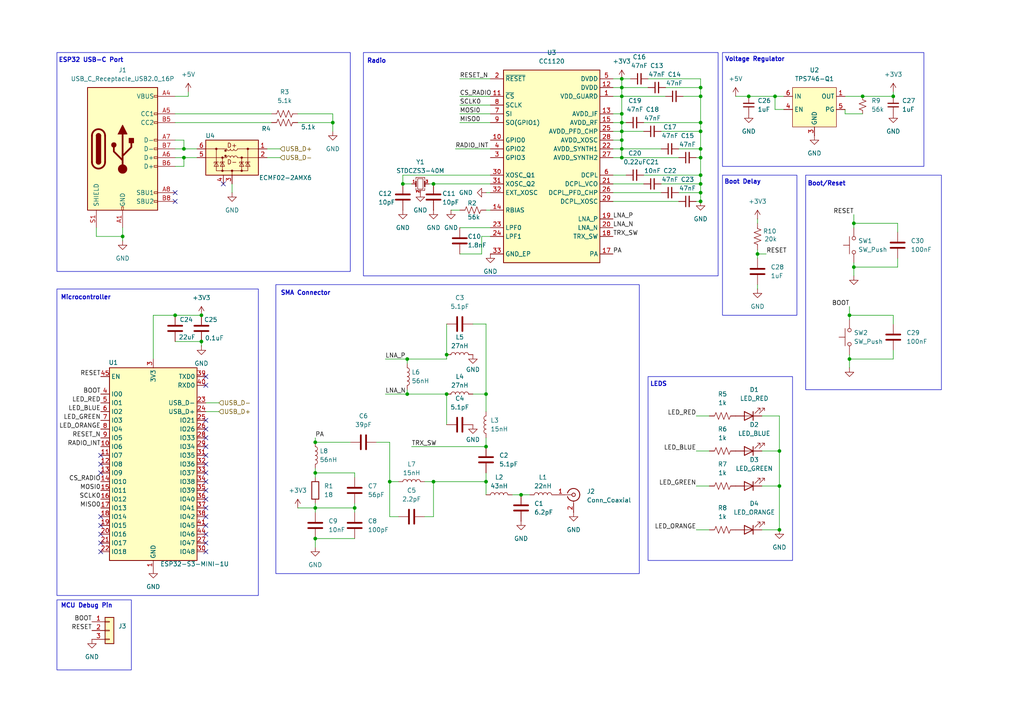
<source format=kicad_sch>
(kicad_sch (version 20250114) (generator "eeschema") (generator_version "9.0")
  (paper "A4")
  (rectangle (start 209.55 15.24) (end 267.97 48.26))
  (rectangle (start 209.55 50.8) (end 231.14 91.44))
  (rectangle (start 16.51 173.99) (end 38.1 194.31))
  (rectangle (start 16.51 83.82) (end 74.93 172.72))
  (rectangle (start 80.01 82.55) (end 185.42 166.37))
  (rectangle (start 187.96 109.22) (end 229.87 162.56))
  (rectangle (start 233.68 50.8) (end 273.05 113.03))
  (rectangle (start 16.51 15.24) (end 101.6 78.74))
  (rectangle (start 105.41 15.24) (end 208.28 80.01))
  (text "MCU Debug Pin" (at 25.146 175.768 0) (effects (font (size 1.27 1.27) (thickness 0.254) (bold yes))))
  (text "Radio" (at 109.22 17.78 0) (effects (font (size 1.27 1.27) (thickness 0.254) (bold yes))))
  (text "Voltage Regulator" (at 218.948 17.272 0) (effects (font (size 1.27 1.27) (thickness 0.254) (bold yes))))
  (text "SMA Connector" (at 88.646 85.09 0) (effects (font (size 1.27 1.27) (thickness 0.254) (bold yes))))
  (text "ESP32 USB-C Port" (at 26.416 17.526 0) (effects (font (size 1.27 1.27) (thickness 0.254) (bold yes))))
  (text "LEDS" (at 191.008 111.506 0) (effects (font (size 1.27 1.27) (thickness 0.254) (bold yes))))
  (text "Boot/Reset" (at 234.188 53.34 0) (effects (font (size 1.27 1.27) (thickness 0.254) (bold yes)) (justify left)))
  (text "Boot Delay" (at 215.392 52.832 0) (effects (font (size 1.27 1.27) (thickness 0.254) (bold yes))))
  (text "Microcontroller" (at 24.892 86.36 0) (effects (font (size 1.27 1.27) (thickness 0.254) (bold yes))))
  (junction (at 203.2 58.42))
  (junction (at 203.2 50.8))
  (junction (at 180.34 43.18))
  (junction (at 140.97 114.3))
  (junction (at 217.17 27.94))
  (junction (at 116.84 53.34))
  (junction (at 203.2 27.94))
  (junction (at 203.2 45.72))
  (junction (at 180.34 38.1))
  (junction (at 129.54 114.3))
  (junction (at 50.8 91.44))
  (junction (at 203.2 35.56))
  (junction (at 226.06 153.67))
  (junction (at 53.34 45.72))
  (junction (at 180.34 25.4))
  (junction (at 246.38 91.44))
  (junction (at 125.73 53.34))
  (junction (at 250.19 27.94))
  (junction (at 113.03 139.7))
  (junction (at 247.65 64.77))
  (junction (at 151.13 143.51))
  (junction (at 203.2 43.18))
  (junction (at 180.34 40.64))
  (junction (at 259.08 27.94))
  (junction (at 96.52 35.56))
  (junction (at 219.71 73.66))
  (junction (at 125.73 139.7))
  (junction (at 180.34 22.86))
  (junction (at 140.97 129.54))
  (junction (at 129.54 102.87))
  (junction (at 180.34 35.56))
  (junction (at 91.44 156.21))
  (junction (at 35.56 68.58))
  (junction (at 118.11 114.3))
  (junction (at 180.34 33.02))
  (junction (at 180.34 27.94))
  (junction (at 246.38 104.14))
  (junction (at 118.11 104.14))
  (junction (at 180.34 45.72))
  (junction (at 58.42 91.44))
  (junction (at 203.2 53.34))
  (junction (at 226.06 130.81))
  (junction (at 91.44 137.16))
  (junction (at 91.44 147.32))
  (junction (at 203.2 25.4))
  (junction (at 203.2 55.88))
  (junction (at 140.97 139.7))
  (junction (at 224.79 27.94))
  (junction (at 102.87 147.32))
  (junction (at 226.06 140.97))
  (junction (at 203.2 38.1))
  (junction (at 58.42 99.06))
  (junction (at 91.44 128.27))
  (junction (at 53.34 43.18))
  (junction (at 247.65 77.47))
  (no_connect (at 29.21 137.16))
  (no_connect (at 29.21 160.02))
  (no_connect (at 59.69 111.76))
  (no_connect (at 29.21 149.86))
  (no_connect (at 59.69 139.7))
  (no_connect (at 59.69 132.08))
  (no_connect (at 29.21 152.4))
  (no_connect (at 29.21 132.08))
  (no_connect (at 64.77 53.34))
  (no_connect (at 29.21 154.94))
  (no_connect (at 50.8 55.88))
  (no_connect (at 59.69 144.78))
  (no_connect (at 29.21 134.62))
  (no_connect (at 59.69 160.02))
  (no_connect (at 59.69 127))
  (no_connect (at 59.69 134.62))
  (no_connect (at 59.69 147.32))
  (no_connect (at 29.21 157.48))
  (no_connect (at 59.69 157.48))
  (no_connect (at 59.69 124.46))
  (no_connect (at 59.69 152.4))
  (no_connect (at 59.69 109.22))
  (no_connect (at 50.8 58.42))
  (no_connect (at 59.69 137.16))
  (no_connect (at 59.69 142.24))
  (no_connect (at 59.69 154.94))
  (no_connect (at 59.69 149.86))
  (no_connect (at 59.69 121.92))
  (no_connect (at 59.69 129.54))
  (wire (pts (xy 224.79 27.94) (xy 227.33 27.94)))
  (wire (pts (xy 260.35 67.31) (xy 260.35 64.77)))
  (wire (pts (xy 247.65 62.23) (xy 247.65 64.77)))
  (wire (pts (xy 193.04 25.4) (xy 203.2 25.4)))
  (wire (pts (xy 119.38 53.34) (xy 116.84 53.34)))
  (wire (pts (xy 129.54 114.3) (xy 129.54 123.19)))
  (wire (pts (xy 140.97 93.98) (xy 140.97 114.3)))
  (wire (pts (xy 133.35 35.56) (xy 142.24 35.56)))
  (wire (pts (xy 96.52 33.02) (xy 96.52 35.56)))
  (wire (pts (xy 260.35 77.47) (xy 247.65 77.47)))
  (wire (pts (xy 177.8 27.94) (xy 180.34 27.94)))
  (wire (pts (xy 259.08 91.44) (xy 246.38 91.44)))
  (wire (pts (xy 125.73 149.86) (xy 125.73 139.7)))
  (wire (pts (xy 86.36 147.32) (xy 91.44 147.32)))
  (wire (pts (xy 91.44 137.16) (xy 102.87 137.16)))
  (wire (pts (xy 86.36 33.02) (xy 96.52 33.02)))
  (wire (pts (xy 54.61 26.67) (xy 54.61 27.94)))
  (wire (pts (xy 219.71 63.5) (xy 219.71 64.77)))
  (wire (pts (xy 59.69 116.84) (xy 63.5 116.84)))
  (wire (pts (xy 91.44 146.05) (xy 91.44 147.32)))
  (wire (pts (xy 177.8 33.02) (xy 180.34 33.02)))
  (wire (pts (xy 177.8 53.34) (xy 186.69 53.34)))
  (wire (pts (xy 191.77 53.34) (xy 203.2 53.34)))
  (wire (pts (xy 201.93 120.65) (xy 205.74 120.65)))
  (wire (pts (xy 180.34 22.86) (xy 182.88 22.86)))
  (wire (pts (xy 260.35 64.77) (xy 247.65 64.77)))
  (wire (pts (xy 180.34 40.64) (xy 180.34 38.1)))
  (wire (pts (xy 245.11 31.75) (xy 245.11 33.02)))
  (wire (pts (xy 58.42 91.44) (xy 50.8 91.44)))
  (wire (pts (xy 196.85 55.88) (xy 203.2 55.88)))
  (wire (pts (xy 201.93 58.42) (xy 203.2 58.42)))
  (wire (pts (xy 77.47 43.18) (xy 81.28 43.18)))
  (wire (pts (xy 91.44 128.27) (xy 101.6 128.27)))
  (wire (pts (xy 198.12 27.94) (xy 203.2 27.94)))
  (wire (pts (xy 125.73 139.7) (xy 123.19 139.7)))
  (wire (pts (xy 142.24 50.8) (xy 116.84 50.8)))
  (wire (pts (xy 203.2 22.86) (xy 203.2 25.4)))
  (wire (pts (xy 113.03 128.27) (xy 113.03 139.7)))
  (wire (pts (xy 113.03 139.7) (xy 115.57 139.7)))
  (wire (pts (xy 35.56 68.58) (xy 35.56 69.85)))
  (wire (pts (xy 246.38 91.44) (xy 246.38 92.71)))
  (wire (pts (xy 187.96 22.86) (xy 203.2 22.86)))
  (wire (pts (xy 91.44 147.32) (xy 102.87 147.32)))
  (wire (pts (xy 177.8 43.18) (xy 180.34 43.18)))
  (wire (pts (xy 140.97 139.7) (xy 140.97 143.51)))
  (wire (pts (xy 180.34 38.1) (xy 186.69 38.1)))
  (wire (pts (xy 180.34 33.02) (xy 180.34 27.94)))
  (wire (pts (xy 180.34 43.18) (xy 191.77 43.18)))
  (wire (pts (xy 91.44 147.32) (xy 91.44 148.59)))
  (wire (pts (xy 91.44 156.21) (xy 102.87 156.21)))
  (wire (pts (xy 129.54 104.14) (xy 129.54 102.87)))
  (wire (pts (xy 246.38 104.14) (xy 246.38 106.68)))
  (wire (pts (xy 177.8 22.86) (xy 180.34 22.86)))
  (wire (pts (xy 180.34 43.18) (xy 180.34 40.64)))
  (wire (pts (xy 180.34 45.72) (xy 196.85 45.72)))
  (wire (pts (xy 116.84 53.34) (xy 116.84 50.8)))
  (wire (pts (xy 177.8 58.42) (xy 196.85 58.42)))
  (wire (pts (xy 203.2 53.34) (xy 203.2 50.8)))
  (wire (pts (xy 259.08 104.14) (xy 246.38 104.14)))
  (wire (pts (xy 140.97 137.16) (xy 140.97 139.7)))
  (wire (pts (xy 177.8 55.88) (xy 191.77 55.88)))
  (wire (pts (xy 50.8 99.06) (xy 58.42 99.06)))
  (wire (pts (xy 77.47 45.72) (xy 81.28 45.72)))
  (wire (pts (xy 140.97 55.88) (xy 142.24 55.88)))
  (wire (pts (xy 247.65 64.77) (xy 247.65 66.04)))
  (wire (pts (xy 44.45 91.44) (xy 44.45 104.14)))
  (wire (pts (xy 180.34 38.1) (xy 180.34 35.56)))
  (wire (pts (xy 111.76 114.3) (xy 118.11 114.3)))
  (wire (pts (xy 50.8 33.02) (xy 78.74 33.02)))
  (wire (pts (xy 27.94 66.04) (xy 27.94 68.58)))
  (wire (pts (xy 58.42 99.06) (xy 58.42 100.33)))
  (wire (pts (xy 219.71 82.55) (xy 219.71 83.82)))
  (wire (pts (xy 181.61 35.56) (xy 180.34 35.56)))
  (wire (pts (xy 177.8 45.72) (xy 180.34 45.72)))
  (wire (pts (xy 201.93 45.72) (xy 203.2 45.72)))
  (wire (pts (xy 260.35 74.93) (xy 260.35 77.47)))
  (wire (pts (xy 140.97 114.3) (xy 140.97 119.38)))
  (wire (pts (xy 201.93 153.67) (xy 205.74 153.67)))
  (wire (pts (xy 67.31 53.34) (xy 67.31 55.88)))
  (wire (pts (xy 247.65 76.2) (xy 247.65 77.47)))
  (wire (pts (xy 191.77 38.1) (xy 203.2 38.1)))
  (wire (pts (xy 133.35 33.02) (xy 142.24 33.02)))
  (wire (pts (xy 220.98 120.65) (xy 226.06 120.65)))
  (wire (pts (xy 246.38 88.9) (xy 246.38 91.44)))
  (wire (pts (xy 226.06 130.81) (xy 226.06 140.97)))
  (wire (pts (xy 203.2 45.72) (xy 203.2 43.18)))
  (wire (pts (xy 142.24 68.58) (xy 139.7 68.58)))
  (wire (pts (xy 217.17 27.94) (xy 224.79 27.94)))
  (wire (pts (xy 133.35 27.94) (xy 142.24 27.94)))
  (wire (pts (xy 91.44 137.16) (xy 91.44 138.43)))
  (wire (pts (xy 203.2 58.42) (xy 203.2 55.88)))
  (wire (pts (xy 35.56 66.04) (xy 35.56 68.58)))
  (wire (pts (xy 180.34 25.4) (xy 187.96 25.4)))
  (wire (pts (xy 102.87 147.32) (xy 102.87 148.59)))
  (wire (pts (xy 250.19 27.94) (xy 259.08 27.94)))
  (wire (pts (xy 59.69 119.38) (xy 63.5 119.38)))
  (wire (pts (xy 180.34 35.56) (xy 180.34 33.02)))
  (wire (pts (xy 118.11 105.41) (xy 118.11 104.14)))
  (wire (pts (xy 125.73 53.34) (xy 142.24 53.34)))
  (wire (pts (xy 180.34 45.72) (xy 180.34 43.18)))
  (wire (pts (xy 133.35 30.48) (xy 142.24 30.48)))
  (wire (pts (xy 148.59 143.51) (xy 151.13 143.51)))
  (wire (pts (xy 139.7 68.58) (xy 139.7 73.66)))
  (wire (pts (xy 54.61 27.94) (xy 50.8 27.94)))
  (wire (pts (xy 151.13 143.51) (xy 153.67 143.51)))
  (wire (pts (xy 219.71 72.39) (xy 219.71 73.66)))
  (wire (pts (xy 220.98 140.97) (xy 226.06 140.97)))
  (wire (pts (xy 27.94 68.58) (xy 35.56 68.58)))
  (wire (pts (xy 245.11 33.02) (xy 250.19 33.02)))
  (wire (pts (xy 227.33 31.75) (xy 224.79 31.75)))
  (wire (pts (xy 203.2 50.8) (xy 203.2 45.72)))
  (wire (pts (xy 201.93 130.81) (xy 205.74 130.81)))
  (wire (pts (xy 140.97 127) (xy 140.97 129.54)))
  (wire (pts (xy 50.8 45.72) (xy 53.34 45.72)))
  (wire (pts (xy 186.69 35.56) (xy 203.2 35.56)))
  (wire (pts (xy 219.71 73.66) (xy 222.25 73.66)))
  (wire (pts (xy 177.8 50.8) (xy 181.61 50.8)))
  (wire (pts (xy 177.8 40.64) (xy 180.34 40.64)))
  (wire (pts (xy 139.7 73.66) (xy 133.35 73.66)))
  (wire (pts (xy 133.35 22.86) (xy 142.24 22.86)))
  (wire (pts (xy 137.16 114.3) (xy 140.97 114.3)))
  (wire (pts (xy 118.11 114.3) (xy 118.11 113.03)))
  (wire (pts (xy 259.08 93.98) (xy 259.08 91.44)))
  (wire (pts (xy 133.35 66.04) (xy 142.24 66.04)))
  (wire (pts (xy 91.44 156.21) (xy 91.44 158.75)))
  (wire (pts (xy 118.11 114.3) (xy 129.54 114.3)))
  (wire (pts (xy 96.52 35.56) (xy 96.52 38.1)))
  (wire (pts (xy 246.38 102.87) (xy 246.38 104.14)))
  (wire (pts (xy 53.34 43.18) (xy 57.15 43.18)))
  (wire (pts (xy 113.03 149.86) (xy 113.03 139.7)))
  (wire (pts (xy 203.2 43.18) (xy 203.2 38.1)))
  (wire (pts (xy 203.2 55.88) (xy 203.2 53.34)))
  (wire (pts (xy 50.8 40.64) (xy 53.34 40.64)))
  (wire (pts (xy 119.38 129.54) (xy 140.97 129.54)))
  (wire (pts (xy 259.08 101.6) (xy 259.08 104.14)))
  (wire (pts (xy 259.08 26.67) (xy 259.08 27.94)))
  (wire (pts (xy 224.79 31.75) (xy 224.79 27.94)))
  (wire (pts (xy 137.16 93.98) (xy 140.97 93.98)))
  (wire (pts (xy 180.34 27.94) (xy 180.34 25.4)))
  (wire (pts (xy 226.06 120.65) (xy 226.06 130.81)))
  (wire (pts (xy 177.8 25.4) (xy 180.34 25.4)))
  (wire (pts (xy 186.69 50.8) (xy 203.2 50.8)))
  (wire (pts (xy 213.36 27.94) (xy 217.17 27.94)))
  (wire (pts (xy 109.22 128.27) (xy 113.03 128.27)))
  (wire (pts (xy 53.34 48.26) (xy 53.34 45.72)))
  (wire (pts (xy 219.71 73.66) (xy 219.71 74.93)))
  (wire (pts (xy 203.2 38.1) (xy 203.2 35.56)))
  (wire (pts (xy 91.44 127) (xy 91.44 128.27)))
  (wire (pts (xy 203.2 27.94) (xy 203.2 35.56)))
  (wire (pts (xy 50.8 35.56) (xy 78.74 35.56)))
  (wire (pts (xy 50.8 91.44) (xy 44.45 91.44)))
  (wire (pts (xy 130.81 60.96) (xy 133.35 60.96)))
  (wire (pts (xy 220.98 130.81) (xy 226.06 130.81)))
  (wire (pts (xy 91.44 135.89) (xy 91.44 137.16)))
  (wire (pts (xy 220.98 153.67) (xy 226.06 153.67)))
  (wire (pts (xy 111.76 104.14) (xy 118.11 104.14)))
  (wire (pts (xy 102.87 146.05) (xy 102.87 147.32)))
  (wire (pts (xy 118.11 104.14) (xy 129.54 104.14)))
  (wire (pts (xy 247.65 77.47) (xy 247.65 80.01)))
  (wire (pts (xy 123.19 149.86) (xy 125.73 149.86)))
  (wire (pts (xy 180.34 25.4) (xy 180.34 22.86)))
  (wire (pts (xy 50.8 43.18) (xy 53.34 43.18)))
  (wire (pts (xy 50.8 48.26) (xy 53.34 48.26)))
  (wire (pts (xy 177.8 35.56) (xy 180.34 35.56)))
  (wire (pts (xy 129.54 93.98) (xy 129.54 102.87)))
  (wire (pts (xy 196.85 43.18) (xy 203.2 43.18)))
  (wire (pts (xy 226.06 140.97) (xy 226.06 153.67)))
  (wire (pts (xy 201.93 140.97) (xy 205.74 140.97)))
  (wire (pts (xy 125.73 139.7) (xy 140.97 139.7)))
  (wire (pts (xy 102.87 137.16) (xy 102.87 138.43)))
  (wire (pts (xy 86.36 35.56) (xy 96.52 35.56)))
  (wire (pts (xy 53.34 45.72) (xy 57.15 45.72)))
  (wire (pts (xy 140.97 60.96) (xy 142.24 60.96)))
  (wire (pts (xy 53.34 40.64) (xy 53.34 43.18)))
  (wire (pts (xy 180.34 27.94) (xy 193.04 27.94)))
  (wire (pts (xy 245.11 27.94) (xy 250.19 27.94)))
  (wire (pts (xy 115.57 149.86) (xy 113.03 149.86)))
  (wire (pts (xy 132.08 43.18) (xy 142.24 43.18)))
  (wire (pts (xy 125.73 53.34) (xy 124.46 53.34)))
  (wire (pts (xy 203.2 25.4) (xy 203.2 27.94)))
  (wire (pts (xy 177.8 38.1) (xy 180.34 38.1)))
  (label "MOSI0" (at 29.21 142.24 180))
  (label "PA" (at 177.8 73.66 0))
  (label "MOSI0" (at 133.35 33.02 0))
  (label "LED_ORANGE" (at 201.93 153.67 180))
  (label "BOOT" (at 29.21 114.3 180))
  (label "LED_GREEN" (at 201.93 140.97 180))
  (label "BOOT" (at 246.38 88.9 180) (effects (font (thickness 0.1588))))
  (label "LNA_P" (at 111.76 104.14 0))
  (label "SCLK0" (at 29.21 144.78 180))
  (label "RESET_N" (at 133.35 22.86 0))
  (label "RESET" (at 222.25 73.66 0) (effects (font (thickness 0.1588))))
  (label "CS_RADIO" (at 133.35 27.94 0))
  (label "LED_BLUE" (at 29.21 119.38 180))
  (label "MISO0" (at 29.21 147.32 180))
  (label "LNA_N" (at 111.76 114.3 0))
  (label "RADIO_INT" (at 29.21 129.54 180))
  (label "LED_ORANGE" (at 29.21 124.46 180))
  (label "RESET" (at 26.67 182.88 180))
  (label "RESET" (at 247.65 62.23 180) (effects (font (thickness 0.1588))))
  (label "LNA_P" (at 177.8 63.5 0))
  (label "RESET" (at 29.21 109.22 180))
  (label "PA" (at 91.44 127 0))
  (label "LED_GREEN" (at 29.21 121.92 180))
  (label "CS_RADIO" (at 29.21 139.7 180))
  (label "MISO0" (at 133.35 35.56 0))
  (label "LED_RED" (at 201.93 120.65 180))
  (label "LNA_N" (at 177.8 66.04 0))
  (label "RESET_N" (at 29.21 127 180))
  (label "LED_BLUE" (at 201.93 130.81 180))
  (label "SCLK0" (at 133.35 30.48 0))
  (label "TRX_SW" (at 177.8 68.58 0))
  (label "LED_RED" (at 29.21 116.84 180))
  (label "RADIO_INT" (at 132.08 43.18 0))
  (label "TRX_SW" (at 119.38 129.54 0))
  (label "BOOT" (at 26.67 180.34 180))
  (hierarchical_label "USB_D+" (shape input) (at 81.28 43.18 0))
  (hierarchical_label "USB_D+" (shape input) (at 63.5 119.38 0))
  (hierarchical_label "USB_D-" (shape input) (at 63.5 116.84 0))
  (hierarchical_label "USB_D-" (shape input) (at 81.28 45.72 0))
  (symbol (lib_id "Switch:SW_Push") (at 247.65 71.12 90) (unit 1)
    (property "Reference" "SW1" (at 248.92 69.8499 90) (effects (justify right)))
    (property "Value" "SW_Push" (at 248.92 72.3899 90) (effects (justify right)))
    (property "Footprint" "Button_Switch_SMD:SW_SPST_FSMSM" (effects (hide yes)))
    (property "Description" "Push button switch, generic, two pins" (effects (hide yes)))
  )
  (symbol (lib_id "Device:C_Small") (at 189.23 38.1 90) (unit 1)
    (property "Reference" "C18" (at 189.2363 31.75 90))
    (property "Value" "47nF" (at 189.2363 34.29 90))
    (property "Footprint" "Capacitor_SMD:C_0603_1608Metric" (effects (hide yes)))
    (property "Description" "Unpolarized capacitor, small symbol" (effects (hide yes)))
  )
  (symbol (lib_id "Connector:Conn_Coaxial") (at 166.37 143.51 0) (unit 1)
    (property "Reference" "J2" (at 170.18 142.5331 0) (effects (justify left)))
    (property "Value" "Conn_Coaxial" (at 170.18 145.0731 0) (effects (justify left)))
    (property "Footprint" "Connector_Coaxial:SMA_Molex_73251-2120_EdgeMount_Horizontal" (effects (hide yes)))
    (property "Description" "coaxial connector (BNC, SMA, SMB, SMC, Cinch/RCA, LEMO, ...)" (effects (hide yes)))
  )
  (symbol (lib_id "RF_Transceivers_Texas:CC1120") (at 160.02 48.26 0) (unit 1)
    (property "Reference" "U3" (at 160.02 15.24 0))
    (property "Value" "CC1120" (at 160.02 17.78 0))
    (property "Footprint" "Package_DFN_QFN:VQFN-32-1EP_5x5mm_P0.5mm_EP3.5x3.5mm_ThermalVias" (effects (hide yes)))
    (property "Datasheet" "https://www.ti.com/lit/ds/symlink/cc1120.pdf" (effects (hide yes)))
    (property "Description" "High-Performance Narrowband RF Transceiver" (effects (hide yes)))
  )
  (symbol (lib_id "Device:C_Small") (at 194.31 43.18 90) (unit 1)
    (property "Reference" "C17" (at 194.3163 36.83 90))
    (property "Value" "47nF" (at 194.3163 39.37 90))
    (property "Footprint" "Capacitor_SMD:C_0603_1608Metric" (effects (hide yes)))
    (property "Description" "Unpolarized capacitor, small symbol" (effects (hide yes)))
  )
  (symbol (lib_id "Device:R_US") (at 82.55 33.02 90) (unit 1)
    (property "Reference" "R3" (at 82.55 26.67 90))
    (property "Value" "5.1k" (at 82.55 29.21 90))
    (property "Footprint" "Resistor_SMD:R_0603_1608Metric" (effects (hide yes)))
    (property "Description" "Resistor, US symbol" (effects (hide yes)))
  )
  (symbol (lib_id "Device:L") (at 140.97 123.19 180) (unit 1)
    (property "Reference" "L3" (at 142.24 121.9199 0) (effects (justify right)))
    (property "Value" "15nH" (at 142.24 124.4599 0) (effects (justify right)))
    (property "Footprint" "Inductor_SMD:L_0603_1608Metric" (effects (hide yes)))
    (property "Description" "Inductor" (effects (hide yes)))
  )
  (symbol (lib_id "power:GND") (at 137.16 123.19 0) (unit 1)
    (property "Reference" "#PWR03" (effects (hide yes)))
    (property "Value" "GND" (at 137.16 127.508 0))
    (property "Description" "Power symbol creates a global label with name \"GND\" , ground" (effects (hide yes)))
  )
  (symbol (lib_id "Device:C_Small") (at 259.08 30.48 180) (unit 1)
    (property "Reference" "C27" (at 261.62 29.2035 0) (effects (justify right)))
    (property "Value" "1uF" (at 261.62 31.7435 0) (effects (justify right)))
    (property "Footprint" "Capacitor_SMD:C_0603_1608Metric" (effects (hide yes)))
    (property "Description" "Unpolarized capacitor, small symbol" (effects (hide yes)))
  )
  (symbol (lib_id "power:GND") (at 35.56 69.85 0) (unit 1)
    (property "Reference" "#PWR015" (effects (hide yes)))
    (property "Value" "GND" (at 35.56 74.93 0))
    (property "Description" "Power symbol creates a global label with name \"GND\" , ground" (effects (hide yes)))
  )
  (symbol (lib_id "Device:C") (at 133.35 93.98 90) (unit 1)
    (property "Reference" "C3" (at 133.35 86.36 90))
    (property "Value" "5.1pF" (at 133.35 88.9 90))
    (property "Footprint" "Capacitor_SMD:C_0603_1608Metric" (effects (hide yes)))
    (property "Description" "Unpolarized capacitor" (effects (hide yes)))
  )
  (symbol (lib_id "power:GND") (at 247.65 80.01 0) (unit 1)
    (property "Reference" "#PWR028" (effects (hide yes)))
    (property "Value" "GND" (effects (hide yes)))
    (property "Description" "Power symbol creates a global label with name \"GND\" , ground" (effects (hide yes)))
  )
  (symbol (lib_id "RF_Module:ESP32-S3-MINI-1U") (at 44.45 134.62 0) (unit 1)
    (property "Reference" "U1" (at 31.496 105.156 0) (effects (justify left)))
    (property "Value" "ESP32-S3-MINI-1U" (at 46.482 163.576 0) (effects (justify left)))
    (property "Footprint" "RF_Module:ESP32-S2-MINI-1U" (effects (hide yes)))
    (property "Datasheet" "https://www.espressif.com/sites/default/files/documentation/esp32-s3-mini-1_mini-1u_datasheet_en.pdf" (effects (hide yes)))
    (property "Description" "RF Module, ESP32-S3 SoC, Wi-Fi 802.11b/g/n, Bluetooth, BLE, 32-bit, 3.3V, SMD, external antenna" (effects (hide yes)))
  )
  (symbol (lib_id "Device:C_Small") (at 189.23 53.34 90) (unit 1)
    (property "Reference" "C21" (at 189.2363 46.99 90))
    (property "Value" "10nF" (at 189.2363 49.53 90))
    (property "Footprint" "Capacitor_SMD:C_0603_1608Metric" (effects (hide yes)))
    (property "Description" "Unpolarized capacitor, small symbol" (effects (hide yes)))
  )
  (symbol (lib_id "power:+3V3") (at 219.71 63.5 0) (unit 1)
    (property "Reference" "#PWR029" (effects (hide yes)))
    (property "Value" "+3V3" (at 219.71 58.42 0))
    (property "Description" "Power symbol creates a global label with name \"+3V3\"" (effects (hide yes)))
  )
  (symbol (lib_id "power:GND") (at 166.37 148.59 0) (unit 1)
    (property "Reference" "#PWR01" (effects (hide yes)))
    (property "Value" "GND" (at 166.37 153.67 0))
    (property "Description" "Power symbol creates a global label with name \"GND\" , ground" (effects (hide yes)))
  )
  (symbol (lib_id "Device:R_US") (at 219.71 68.58 180) (unit 1)
    (property "Reference" "R10" (at 223.266 67.056 0))
    (property "Value" "20k" (at 223.52 69.342 0))
    (property "Footprint" "Resistor_SMD:R_0603_1608Metric" (effects (hide yes)))
    (property "Description" "Resistor, US symbol" (effects (hide yes)))
  )
  (symbol (lib_id "Device:R_US") (at 82.55 35.56 90) (unit 1)
    (property "Reference" "R4" (at 77.216 37.338 90))
    (property "Value" "5.1k" (at 89.408 36.83 90))
    (property "Footprint" "Resistor_SMD:R_0603_1608Metric" (effects (hide yes)))
    (property "Description" "Resistor, US symbol" (effects (hide yes)))
  )
  (symbol (lib_id "power:GND") (at 130.81 60.96 0) (unit 1)
    (property "Reference" "#PWR08" (effects (hide yes)))
    (property "Value" "GND" (at 130.81 66.04 0))
    (property "Description" "Power symbol creates a global label with name \"GND\" , ground" (effects (hide yes)))
  )
  (symbol (lib_id "Device:R_US") (at 137.16 60.96 270) (unit 1)
    (property "Reference" "R2" (at 136.906 58.928 90))
    (property "Value" "56k" (at 137.414 62.992 90))
    (property "Footprint" "Resistor_SMD:R_0603_1608Metric" (effects (hide yes)))
    (property "Description" "Resistor, US symbol" (effects (hide yes)))
  )
  (symbol (lib_id "Device:L") (at 91.44 132.08 0) (unit 1)
    (property "Reference" "L8" (at 92.71 130.8099 0) (effects (justify left)))
    (property "Value" "56nH" (at 92.71 133.3499 0) (effects (justify left)))
    (property "Footprint" "Inductor_SMD:L_0603_1608Metric" (effects (hide yes)))
    (property "Description" "Inductor" (effects (hide yes)))
  )
  (symbol (lib_id "power:+3V3") (at 259.08 26.67 0) (unit 1)
    (property "Reference" "#PWR033" (effects (hide yes)))
    (property "Value" "+3V3" (at 259.08 21.59 0))
    (property "Description" "Power symbol creates a global label with name \"+3V3\"" (effects (hide yes)))
  )
  (symbol (lib_id "power:GND") (at 203.2 58.42 0) (unit 1)
    (property "Reference" "#PWR013" (effects (hide yes)))
    (property "Value" "GND" (at 203.2 63.5 0))
    (property "Description" "Power symbol creates a global label with name \"GND\" , ground" (effects (hide yes)))
  )
  (symbol (lib_id "power:GND") (at 259.08 33.02 0) (unit 1)
    (property "Reference" "#PWR027" (effects (hide yes)))
    (property "Value" "GND" (at 259.08 38.1 0))
    (property "Description" "Power symbol creates a global label with name \"GND\" , ground" (effects (hide yes)))
  )
  (symbol (lib_id "Device:C") (at 116.84 57.15 0) (unit 1)
    (property "Reference" "C12" (at 109.728 56.134 0) (effects (justify left)))
    (property "Value" "10pF" (at 109.728 58.674 0) (effects (justify left)))
    (property "Footprint" "Capacitor_SMD:C_0603_1608Metric" (effects (hide yes)))
    (property "Description" "Unpolarized capacitor" (effects (hide yes)))
  )
  (symbol (lib_id "power:GND") (at 91.44 158.75 0) (unit 1)
    (property "Reference" "#PWR05" (effects (hide yes)))
    (property "Value" "GND" (at 91.44 163.83 0))
    (property "Description" "Power symbol creates a global label with name \"GND\" , ground" (effects (hide yes)))
  )
  (symbol (lib_id "power:GND") (at 142.24 73.66 0) (unit 1)
    (property "Reference" "#PWR07" (effects (hide yes)))
    (property "Value" "GND" (at 142.24 78.74 0))
    (property "Description" "Power symbol creates a global label with name \"GND\" , ground" (effects (hide yes)))
  )
  (symbol (lib_id "Device:L") (at 133.35 114.3 90) (unit 1)
    (property "Reference" "L4" (at 133.35 109.22 90))
    (property "Value" "27nH" (at 133.35 111.76 90))
    (property "Footprint" "Inductor_SMD:L_0603_1608Metric" (effects (hide yes)))
    (property "Description" "Inductor" (effects (hide yes)))
  )
  (symbol (lib_id "Device:L") (at 118.11 109.22 0) (unit 1)
    (property "Reference" "L6" (at 119.38 107.9499 0) (effects (justify left)))
    (property "Value" "56nH" (at 119.38 110.4899 0) (effects (justify left)))
    (property "Footprint" "Inductor_SMD:L_0603_1608Metric" (effects (hide yes)))
    (property "Description" "Inductor" (effects (hide yes)))
  )
  (symbol (lib_id "Device:C_Small") (at 185.42 22.86 90) (unit 1)
    (property "Reference" "C16" (at 185.4263 16.51 90))
    (property "Value" "47nF" (at 185.4263 19.05 90))
    (property "Footprint" "Capacitor_SMD:C_0603_1608Metric" (effects (hide yes)))
    (property "Description" "Unpolarized capacitor, small symbol" (effects (hide yes)))
  )
  (symbol (lib_id "Connector:USB_C_Receptacle_USB2.0_16P") (at 35.56 43.18 0) (unit 1)
    (property "Reference" "J1" (at 35.56 20.32 0))
    (property "Value" "USB_C_Receptacle_USB2.0_16P" (at 35.56 22.86 0))
    (property "Footprint" "Connector_USB:USB_C_Receptacle_GCT_USB4105-xx-A_16P_TopMnt_Horizontal" (effects (hide yes)))
    (property "Datasheet" "https://www.usb.org/sites/default/files/documents/usb_type-c.zip" (effects (hide yes)))
    (property "Description" "USB 2.0-only 16P Type-C Receptacle connector" (effects (hide yes)))
  )
  (symbol (lib_id "Device:LED") (at 217.17 140.97 180) (unit 1)
    (property "Reference" "D3" (at 218.7575 133.35 0))
    (property "Value" "LED_GREEN" (at 218.7575 135.89 0))
    (property "Footprint" "LED_SMD:LED_0603_1608Metric" (effects (hide yes)))
    (property "Description" "Light emitting diode" (effects (hide yes)))
    (property "Sim.Pins" "1=K 2=A" (effects (hide yes)))
  )
  (symbol (lib_id "Device:C") (at 50.8 95.25 0) (unit 1)
    (property "Reference" "C24" (at 52.07 92.71 0) (effects (justify left)))
    (property "Value" "22uF" (at 51.816 97.79 0) (effects (justify left)))
    (property "Footprint" "Capacitor_SMD:C_0603_1608Metric" (effects (hide yes)))
    (property "Description" "Unpolarized capacitor" (effects (hide yes)))
  )
  (symbol (lib_id "Device:R_US") (at 209.55 153.67 90) (unit 1)
    (property "Reference" "R8" (at 209.55 147.32 90))
    (property "Value" "1k" (at 209.55 149.86 90))
    (property "Footprint" "Resistor_SMD:R_0603_1608Metric" (effects (hide yes)))
    (property "Description" "Resistor, US symbol" (effects (hide yes)))
  )
  (symbol (lib_id "Device:L") (at 144.78 143.51 90) (unit 1)
    (property "Reference" "L2" (at 144.78 138.43 90))
    (property "Value" "43nH" (at 144.78 140.97 90))
    (property "Footprint" "Inductor_SMD:L_0603_1608Metric" (effects (hide yes)))
    (property "Description" "Inductor" (effects (hide yes)))
  )
  (symbol (lib_id "power:GND") (at 151.13 151.13 0) (unit 1)
    (property "Reference" "#PWR02" (effects (hide yes)))
    (property "Value" "GND" (at 151.13 156.21 0))
    (property "Description" "Power symbol creates a global label with name \"GND\" , ground" (effects (hide yes)))
  )
  (symbol (lib_id "Device:L") (at 157.48 143.51 90) (unit 1)
    (property "Reference" "L1" (at 157.48 138.43 90))
    (property "Value" "22nH" (at 157.48 140.97 90))
    (property "Footprint" "Inductor_SMD:L_0603_1608Metric" (effects (hide yes)))
    (property "Description" "Inductor" (effects (hide yes)))
  )
  (symbol (lib_id "Device:C_Small") (at 184.15 35.56 90) (unit 1)
    (property "Reference" "C19" (at 184.1563 29.21 90))
    (property "Value" "47nF" (at 184.1563 31.75 90))
    (property "Footprint" "Capacitor_SMD:C_0603_1608Metric" (effects (hide yes)))
    (property "Description" "Unpolarized capacitor, small symbol" (effects (hide yes)))
  )
  (symbol (lib_id "Device:C_Small") (at 199.39 45.72 90) (unit 1)
    (property "Reference" "C15" (at 199.3963 39.37 90))
    (property "Value" "47nF" (at 199.3963 41.91 90))
    (property "Footprint" "Capacitor_SMD:C_0603_1608Metric" (effects (hide yes)))
    (property "Description" "Unpolarized capacitor, small symbol" (effects (hide yes)))
  )
  (symbol (lib_id "Device:C") (at 133.35 123.19 90) (unit 1)
    (property "Reference" "C4" (at 133.35 115.57 90))
    (property "Value" "5.1pF" (at 133.35 118.11 90))
    (property "Footprint" "Capacitor_SMD:C_0603_1608Metric" (effects (hide yes)))
    (property "Description" "Unpolarized capacitor" (effects (hide yes)))
  )
  (symbol (lib_id "power:+5V") (at 54.61 26.67 0) (unit 1)
    (property "Reference" "#PWR016" (effects (hide yes)))
    (property "Value" "+5V" (at 54.61 21.59 0))
    (property "Description" "Power symbol creates a global label with name \"+5V\"" (effects (hide yes)))
  )
  (symbol (lib_id "Device:LED") (at 217.17 130.81 180) (unit 1)
    (property "Reference" "D2" (at 218.7575 123.19 0))
    (property "Value" "LED_BLUE" (at 218.7575 125.73 0))
    (property "Footprint" "LED_SMD:LED_0603_1608Metric" (effects (hide yes)))
    (property "Description" "Light emitting diode" (effects (hide yes)))
    (property "Sim.Pins" "1=K 2=A" (effects (hide yes)))
  )
  (symbol (lib_id "power:GND") (at 226.06 153.67 0) (unit 1)
    (property "Reference" "#PWR023" (effects (hide yes)))
    (property "Value" "GND" (at 226.06 158.75 0))
    (property "Description" "Power symbol creates a global label with name \"GND\" , ground" (effects (hide yes)))
  )
  (symbol (lib_id "Device:C_Small") (at 184.15 50.8 90) (unit 1)
    (property "Reference" "C20" (at 184.1563 44.45 90))
    (property "Value" "0.22uF" (at 184.1563 46.99 90))
    (property "Footprint" "Capacitor_SMD:C_0603_1608Metric" (effects (hide yes)))
    (property "Description" "Unpolarized capacitor, small symbol" (effects (hide yes)))
  )
  (symbol (lib_id "power:GND") (at 58.42 100.33 0) (unit 1)
    (property "Reference" "#PWR021" (effects (hide yes)))
    (property "Value" "GND" (at 58.42 105.41 0))
    (property "Description" "Power symbol creates a global label with name \"GND\" , ground" (effects (hide yes)))
  )
  (symbol (lib_id "Device:C") (at 91.44 152.4 0) (unit 1)
    (property "Reference" "C9" (at 95.25 151.1299 0) (effects (justify left)))
    (property "Value" "10nF" (at 95.25 153.6699 0) (effects (justify left)))
    (property "Footprint" "Capacitor_SMD:C_0603_1608Metric" (effects (hide yes)))
    (property "Description" "Unpolarized capacitor" (effects (hide yes)))
  )
  (symbol (lib_id "Device:C") (at 259.08 97.79 0) (unit 1)
    (property "Reference" "C29" (at 262.89 96.5199 0) (effects (justify left)))
    (property "Value" "100nF" (at 262.89 99.0599 0) (effects (justify left)))
    (property "Footprint" "Capacitor_SMD:C_0603_1608Metric" (effects (hide yes)))
    (property "Description" "Unpolarized capacitor" (effects (hide yes)))
  )
  (symbol (lib_id "Device:C_Small") (at 199.39 58.42 90) (unit 1)
    (property "Reference" "C23" (at 199.3963 52.07 90))
    (property "Value" "47nF" (at 199.3963 54.61 90))
    (property "Footprint" "Capacitor_SMD:C_0603_1608Metric" (effects (hide yes)))
    (property "Description" "Unpolarized capacitor, small symbol" (effects (hide yes)))
  )
  (symbol (lib_id "Device:L") (at 119.38 139.7 90) (unit 1)
    (property "Reference" "L7" (at 119.38 134.62 90))
    (property "Value" "15nH" (at 119.38 137.16 90))
    (property "Footprint" "Inductor_SMD:L_0603_1608Metric" (effects (hide yes)))
    (property "Description" "Inductor" (effects (hide yes)))
  )
  (symbol (lib_id "Device:C") (at 133.35 69.85 0) (unit 1)
    (property "Reference" "C10" (at 135.636 68.58 0) (effects (justify left)))
    (property "Value" "1.8nF" (at 135.636 71.12 0) (effects (justify left)))
    (property "Footprint" "Capacitor_SMD:C_0603_1608Metric" (effects (hide yes)))
    (property "Description" "Unpolarized capacitor" (effects (hide yes)))
  )
  (symbol (lib_id "power:GND") (at 96.52 38.1 0) (unit 1)
    (property "Reference" "#PWR017" (effects (hide yes)))
    (property "Value" "GND" (at 96.52 43.18 0))
    (property "Description" "Power symbol creates a global label with name \"GND\" , ground" (effects (hide yes)))
  )
  (symbol (lib_id "power:GND") (at 217.17 33.02 0) (unit 1)
    (property "Reference" "#PWR026" (effects (hide yes)))
    (property "Value" "GND" (at 217.17 38.1 0))
    (property "Description" "Power symbol creates a global label with name \"GND\" , ground" (effects (hide yes)))
  )
  (symbol (lib_id "power:GND") (at 219.71 83.82 0) (unit 1)
    (property "Reference" "#PWR030" (effects (hide yes)))
    (property "Value" "GND" (at 219.71 88.9 0))
    (property "Description" "Power symbol creates a global label with name \"GND\" , ground" (effects (hide yes)))
  )
  (symbol (lib_id "Device:R_Small_US") (at 250.19 30.48 0) (unit 1)
    (property "Reference" "R9" (at 252.73 29.2099 0) (effects (justify left)))
    (property "Value" "56k" (at 252.73 31.7499 0) (effects (justify left)))
    (property "Footprint" "Resistor_SMD:R_0603_1608Metric" (effects (hide yes)))
    (property "Description" "Resistor, small US symbol" (effects (hide yes)))
  )
  (symbol (lib_id "Device:C") (at 102.87 142.24 0) (unit 1)
    (property "Reference" "C7" (at 106.68 140.9699 0) (effects (justify left)))
    (property "Value" "56pF" (at 106.68 143.5099 0) (effects (justify left)))
    (property "Footprint" "Capacitor_SMD:C_0603_1608Metric" (effects (hide yes)))
    (property "Description" "Unpolarized capacitor" (effects (hide yes)))
  )
  (symbol (lib_id "Device:L") (at 133.35 102.87 90) (unit 1)
    (property "Reference" "L5" (at 133.35 97.79 90))
    (property "Value" "27nH" (at 133.35 100.33 90))
    (property "Footprint" "Inductor_SMD:L_0603_1608Metric" (effects (hide yes)))
    (property "Description" "Inductor" (effects (hide yes)))
  )
  (symbol (lib_id "power:GND") (at 137.16 102.87 0) (unit 1)
    (property "Reference" "#PWR04" (effects (hide yes)))
    (property "Value" "GND" (at 137.16 107.188 0))
    (property "Description" "Power symbol creates a global label with name \"GND\" , ground" (effects (hide yes)))
  )
  (symbol (lib_id "Device:C") (at 219.71 78.74 0) (unit 1)
    (property "Reference" "C28" (at 223.52 77.4699 0) (effects (justify left)))
    (property "Value" "1uF" (at 223.52 80.0099 0) (effects (justify left)))
    (property "Footprint" "Capacitor_SMD:C_0603_1608Metric" (effects (hide yes)))
    (property "Description" "Unpolarized capacitor" (effects (hide yes)))
  )
  (symbol (lib_id "power:+3V3") (at 58.42 91.44 0) (unit 1)
    (property "Reference" "#PWR020" (effects (hide yes)))
    (property "Value" "+3V3" (at 58.42 86.36 0))
    (property "Description" "Power symbol creates a global label with name \"+3V3\"" (effects (hide yes)))
  )
  (symbol (lib_id "power:GND") (at 26.67 185.42 0) (unit 1)
    (property "Reference" "#PWR022" (effects (hide yes)))
    (property "Value" "GND" (at 26.67 190.5 0))
    (property "Description" "Power symbol creates a global label with name \"GND\" , ground" (effects (hide yes)))
  )
  (symbol (lib_id "power:+5V") (at 213.36 27.94 0) (unit 1)
    (property "Reference" "#PWR025" (effects (hide yes)))
    (property "Value" "+5V" (at 213.36 22.86 0))
    (property "Description" "Power symbol creates a global label with name \"+5V\"" (effects (hide yes)))
  )
  (symbol (lib_id "power:GND") (at 125.73 60.96 0) (unit 1)
    (property "Reference" "#PWR012" (effects (hide yes)))
    (property "Value" "GND" (at 125.73 66.04 0))
    (property "Description" "Power symbol creates a global label with name \"GND\" , ground" (effects (hide yes)))
  )
  (symbol (lib_id "Device:C_Small") (at 194.31 55.88 90) (unit 1)
    (property "Reference" "C22" (at 194.3163 49.53 90))
    (property "Value" "47nF" (at 194.3163 52.07 90))
    (property "Footprint" "Capacitor_SMD:C_0603_1608Metric" (effects (hide yes)))
    (property "Description" "Unpolarized capacitor, small symbol" (effects (hide yes)))
  )
  (symbol (lib_id "Connector_Generic:Conn_01x03") (at 31.75 182.88 0) (unit 1)
    (property "Reference" "J3" (at 34.29 181.6099 0) (effects (justify left)))
    (property "Value" "Conn_01x03" (effects (hide yes)))
    (property "Footprint" "Connector_JST:JST_PH_B3B-PH-K_1x03_P2.00mm_Vertical" (effects (hide yes)))
    (property "Description" "Generic connector, single row, 01x03, script generated (kicad-library-utils/schlib/autogen/connector/)" (effects (hide yes)))
  )
  (symbol (lib_id "Device:R_US") (at 209.55 120.65 90) (unit 1)
    (property "Reference" "R5" (at 209.55 114.3 90))
    (property "Value" "1k" (at 209.55 116.84 90))
    (property "Footprint" "Resistor_SMD:R_0603_1608Metric" (effects (hide yes)))
    (property "Description" "Resistor, US symbol" (effects (hide yes)))
  )
  (symbol (lib_id "power:GND") (at 246.38 106.68 0) (unit 1)
    (property "Reference" "#PWR031" (effects (hide yes)))
    (property "Value" "GND" (effects (hide yes)))
    (property "Description" "Power symbol creates a global label with name \"GND\" , ground" (effects (hide yes)))
  )
  (symbol (lib_id "Device:LED") (at 217.17 153.67 180) (unit 1)
    (property "Reference" "D4" (at 218.7575 146.05 0))
    (property "Value" "LED_ORANGE" (at 218.7575 148.59 0))
    (property "Footprint" "LED_SMD:LED_0603_1608Metric" (effects (hide yes)))
    (property "Description" "Light emitting diode" (effects (hide yes)))
    (property "Sim.Pins" "1=K 2=A" (effects (hide yes)))
  )
  (symbol (lib_id "Device:C") (at 119.38 149.86 90) (unit 1)
    (property "Reference" "C5" (at 119.38 142.24 90))
    (property "Value" "2.2pF" (at 119.38 144.78 90))
    (property "Footprint" "Capacitor_SMD:C_0603_1608Metric" (effects (hide yes)))
    (property "Description" "Unpolarized capacitor" (effects (hide yes)))
  )
  (symbol (lib_id "Crystal_NDK:STDCZS3-40M") (at 121.92 53.34 0) (unit 1)
    (property "Reference" "Y1" (at 121.92 46.99 0))
    (property "Value" "STDCZS3-40M" (at 121.92 49.53 0))
    (property "Footprint" "Crystal:Crystal_SMD_2016-4Pin_2.0x1.6mm" (effects (hide yes)))
    (property "Datasheet" "https://www.ndk.com/en/products/upload/lineup/pdf/NDKX03-00015_en.pdf" (effects (hide yes)))
    (property "Description" "Four pin crystal, GND on pins 2 and 4, small symbol" (effects (hide yes)))
    (property private "KLC_S3.3" "The rectangle is not a symbol body but a graphical element" (effects (hide yes)))
    (property private "KLC_S4.1" "Some pins are on 50mil grid to make the symbol small" (effects (hide yes)))
  )
  (symbol (lib_id "Device:C") (at 260.35 71.12 0) (unit 1)
    (property "Reference" "C30" (at 264.16 69.8499 0) (effects (justify left)))
    (property "Value" "100nF" (at 264.16 72.3899 0) (effects (justify left)))
    (property "Footprint" "Capacitor_SMD:C_0603_1608Metric" (effects (hide yes)))
    (property "Description" "Unpolarized capacitor" (effects (hide yes)))
  )
  (symbol (lib_id "Regulator_Texas:TPS746-Q1") (at 236.22 33.02 0) (unit 1)
    (property "Reference" "U2" (at 236.22 20.32 0))
    (property "Value" "TPS746-Q1" (at 236.22 22.86 0))
    (property "Footprint" "Package_SON:WSON-6-1EP_2x2mm_P0.65mm_EP1x1.6mm" (effects (hide yes)))
    (property "Datasheet" "https://www.ti.com/lit/ds/symlink/tps746-q1.pdf" (effects (hide yes)))
    (property "Description" "Automotive 1A LDO With Power-Good, 1.5-6V Input, WSON-6" (effects (hide yes)))
  )
  (symbol (lib_id "power:GND") (at 67.31 55.88 0) (unit 1)
    (property "Reference" "#PWR018" (effects (hide yes)))
    (property "Value" "GND" (at 67.31 60.96 0))
    (property "Description" "Power symbol creates a global label with name \"GND\" , ground" (effects (hide yes)))
  )
  (symbol (lib_id "power:GND") (at 140.97 55.88 270) (unit 1)
    (property "Reference" "#PWR09" (effects (hide yes)))
    (property "Value" "GND" (at 137.16 55.8799 90) (effects (justify right)))
    (property "Description" "Power symbol creates a global label with name \"GND\" , ground" (effects (hide yes)))
  )
  (symbol (lib_id "Device:C") (at 58.42 95.25 0) (unit 1)
    (property "Reference" "C25" (at 59.182 92.71 0) (effects (justify left)))
    (property "Value" "0.1uF" (at 59.436 98.044 0) (effects (justify left)))
    (property "Footprint" "Capacitor_SMD:C_0603_1608Metric" (effects (hide yes)))
    (property "Description" "Unpolarized capacitor" (effects (hide yes)))
  )
  (symbol (lib_id "power:GND") (at 116.84 60.96 0) (unit 1)
    (property "Reference" "#PWR011" (effects (hide yes)))
    (property "Value" "GND" (at 116.84 66.04 0))
    (property "Description" "Power symbol creates a global label with name \"GND\" , ground" (effects (hide yes)))
  )
  (symbol (lib_id "power:GND") (at 44.45 165.1 0) (unit 1)
    (property "Reference" "#PWR019" (effects (hide yes)))
    (property "Value" "GND" (at 44.45 170.18 0))
    (property "Description" "Power symbol creates a global label with name \"GND\" , ground" (effects (hide yes)))
  )
  (symbol (lib_id "Device:R_US") (at 209.55 130.81 90) (unit 1)
    (property "Reference" "R6" (at 209.55 124.46 90))
    (property "Value" "1k" (at 209.55 127 90))
    (property "Footprint" "Resistor_SMD:R_0603_1608Metric" (effects (hide yes)))
    (property "Description" "Resistor, US symbol" (effects (hide yes)))
  )
  (symbol (lib_id "Device:LED") (at 217.17 120.65 180) (unit 1)
    (property "Reference" "D1" (at 218.7575 113.03 0))
    (property "Value" "LED_RED" (at 218.7575 115.57 0))
    (property "Footprint" "LED_SMD:LED_0603_1608Metric" (effects (hide yes)))
    (property "Description" "Light emitting diode" (effects (hide yes)))
    (property "Sim.Pins" "1=K 2=A" (effects (hide yes)))
  )
  (symbol (lib_id "Device:C") (at 102.87 152.4 0) (unit 1)
    (property "Reference" "C8" (at 106.68 151.1299 0) (effects (justify left)))
    (property "Value" "100pF" (at 106.68 153.6699 0) (effects (justify left)))
    (property "Footprint" "Capacitor_SMD:C_0603_1608Metric" (effects (hide yes)))
    (property "Description" "Unpolarized capacitor" (effects (hide yes)))
  )
  (symbol (lib_id "Device:C") (at 105.41 128.27 90) (unit 1)
    (property "Reference" "C6" (at 105.41 120.65 90))
    (property "Value" "39pF" (at 105.41 123.19 90))
    (property "Footprint" "Capacitor_SMD:C_0603_1608Metric" (effects (hide yes)))
    (property "Description" "Unpolarized capacitor" (effects (hide yes)))
  )
  (symbol (lib_id "power:GND") (at 121.92 55.88 0) (unit 1)
    (property "Reference" "#PWR010" (effects (hide yes)))
    (property "Value" "GND" (at 121.92 60.96 0))
    (property "Description" "Power symbol creates a global label with name \"GND\" , ground" (effects (hide yes)))
  )
  (symbol (lib_id "Device:C_Small") (at 190.5 25.4 90) (unit 1)
    (property "Reference" "C13" (at 190.5063 19.05 90))
    (property "Value" "47nF" (at 190.5063 21.59 90))
    (property "Footprint" "Capacitor_SMD:C_0603_1608Metric" (effects (hide yes)))
    (property "Description" "Unpolarized capacitor, small symbol" (effects (hide yes)))
  )
  (symbol (lib_id "power:GND") (at 236.22 39.37 0) (unit 1)
    (property "Reference" "#PWR024" (effects (hide yes)))
    (property "Value" "GND" (at 236.22 44.45 0))
    (property "Description" "Power symbol creates a global label with name \"GND\" , ground" (effects (hide yes)))
  )
  (symbol (lib_id "Device:C_Small") (at 195.58 27.94 90) (unit 1)
    (property "Reference" "C14" (at 195.5863 21.59 90))
    (property "Value" "47nF" (at 195.5863 24.13 90))
    (property "Footprint" "Capacitor_SMD:C_0603_1608Metric" (effects (hide yes)))
    (property "Description" "Unpolarized capacitor, small symbol" (effects (hide yes)))
  )
  (symbol (lib_id "Device:C_Small") (at 217.17 30.48 180) (unit 1)
    (property "Reference" "C26" (at 219.71 29.2035 0) (effects (justify right)))
    (property "Value" "1uF" (at 219.71 31.7435 0) (effects (justify right)))
    (property "Footprint" "Capacitor_SMD:C_0603_1608Metric" (effects (hide yes)))
    (property "Description" "Unpolarized capacitor, small symbol" (effects (hide yes)))
  )
  (symbol (lib_id "Power_Protection:ECMF02-2AMX6") (at 67.31 45.72 0) (mirror y) (unit 1)
    (property "Reference" "U4" (at 60.96 39.37 0))
    (property "Value" "ECMF02-2AMX6" (at 82.804 51.562 0))
    (property "Footprint" "Package_DFN_QFN:ST_UQFN-6L_1.5x1.7mm_P0.5mm" (effects (hide yes)))
    (property "Datasheet" "https://www.st.com/resource/en/datasheet/ecmf02-2amx6.pdf" (effects (hide yes)))
    (property "Description" "Single Pair Common Mode Filter with ESD Protection, UQFN-6L" (effects (hide yes)))
  )
  (symbol (lib_id "Device:C") (at 151.13 147.32 0) (unit 1)
    (property "Reference" "C1" (at 154.94 146.0499 0) (effects (justify left)))
    (property "Value" "6.2pF" (at 154.94 148.5899 0) (effects (justify left)))
    (property "Footprint" "Capacitor_SMD:C_0603_1608Metric" (effects (hide yes)))
    (property "Description" "Unpolarized capacitor" (effects (hide yes)))
  )
  (symbol (lib_id "Device:C") (at 125.73 57.15 0) (unit 1)
    (property "Reference" "C11" (at 128.27 56.134 0) (effects (justify left)))
    (property "Value" "10pF" (at 128.27 58.674 0) (effects (justify left)))
    (property "Footprint" "Capacitor_SMD:C_0603_1608Metric" (effects (hide yes)))
    (property "Description" "Unpolarized capacitor" (effects (hide yes)))
  )
  (symbol (lib_id "Device:C") (at 140.97 133.35 0) (unit 1)
    (property "Reference" "C2" (at 144.78 132.0799 0) (effects (justify left)))
    (property "Value" "5.1pF" (at 144.78 134.6199 0) (effects (justify left)))
    (property "Footprint" "Capacitor_SMD:C_0603_1608Metric" (effects (hide yes)))
    (property "Description" "Unpolarized capacitor" (effects (hide yes)))
  )
  (symbol (lib_id "power:+3V3") (at 180.34 22.86 0) (unit 1)
    (property "Reference" "#PWR014" (effects (hide yes)))
    (property "Value" "+3V3" (at 180.34 17.78 0))
    (property "Description" "Power symbol creates a global label with name \"+3V3\"" (effects (hide yes)))
  )
  (symbol (lib_id "power:+3V3") (at 86.36 147.32 0) (unit 1)
    (property "Reference" "#PWR06" (effects (hide yes)))
    (property "Value" "+3V3" (at 86.36 142.24 0))
    (property "Description" "Power symbol creates a global label with name \"+3V3\"" (effects (hide yes)))
  )
  (symbol (lib_id "Device:R") (at 91.44 142.24 0) (unit 1)
    (property "Reference" "R1" (at 93.98 140.9699 0) (effects (justify left)))
    (property "Value" "18" (at 93.98 143.5099 0) (effects (justify left)))
    (property "Footprint" "Resistor_SMD:R_0603_1608Metric" (effects (hide yes)))
    (property "Description" "Resistor" (effects (hide yes)))
  )
  (symbol (lib_id "Device:R_US") (at 209.55 140.97 90) (unit 1)
    (property "Reference" "R7" (at 209.55 134.62 90))
    (property "Value" "1k" (at 209.55 137.16 90))
    (property "Footprint" "Resistor_SMD:R_0603_1608Metric" (effects (hide yes)))
    (property "Description" "Resistor, US symbol" (effects (hide yes)))
  )
  (symbol (lib_id "Switch:SW_Push") (at 246.38 97.79 90) (unit 1)
    (property "Reference" "SW2" (at 247.65 96.5199 90) (effects (justify right)))
    (property "Value" "SW_Push" (at 247.65 99.0599 90) (effects (justify right)))
    (property "Footprint" "Button_Switch_SMD:SW_SPST_FSMSM" (effects (hide yes)))
    (property "Description" "Push button switch, generic, two pins" (effects (hide yes)))
  )
)
</source>
